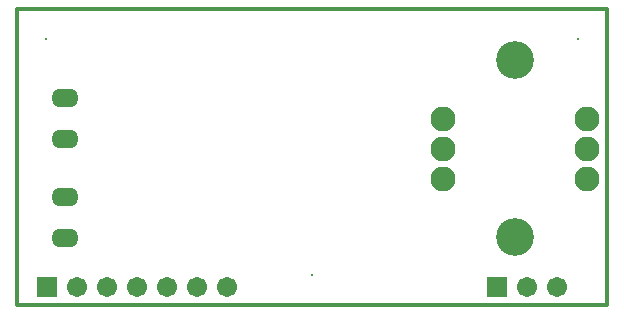
<source format=gbs>
G04*
G04 #@! TF.GenerationSoftware,Altium Limited,Altium Designer,21.1.0 (24)*
G04*
G04 Layer_Color=16711935*
%FSLAX44Y44*%
%MOMM*%
G71*
G04*
G04 #@! TF.SameCoordinates,11EEB628-8EEC-4D1F-BDFF-B4013DCA5F77*
G04*
G04*
G04 #@! TF.FilePolarity,Negative*
G04*
G01*
G75*
%ADD16C,0.3000*%
%ADD46O,2.3032X1.6032*%
%ADD47R,1.7032X1.7032*%
%ADD48C,1.7032*%
%ADD49C,0.2032*%
%ADD50C,2.1082*%
%ADD51C,3.2032*%
D16*
X0Y250000D02*
X500000Y250000D01*
X0Y0D02*
Y250000D01*
X500000Y0D02*
Y250000D01*
X0Y0D02*
X500000Y0D01*
D46*
X40640Y91160D02*
D03*
Y56160D02*
D03*
Y174980D02*
D03*
Y139980D02*
D03*
D47*
X406400Y15240D02*
D03*
X25400D02*
D03*
D48*
X431800D02*
D03*
X457200D02*
D03*
X177800D02*
D03*
X152400D02*
D03*
X127000D02*
D03*
X101600D02*
D03*
X50800D02*
D03*
X76200D02*
D03*
D49*
X250000Y25000D02*
D03*
X475000Y225000D02*
D03*
X25000D02*
D03*
D50*
X482600Y132080D02*
D03*
X360680D02*
D03*
Y157480D02*
D03*
Y106680D02*
D03*
X482600D02*
D03*
Y157480D02*
D03*
D51*
X421640Y207137D02*
D03*
Y57023D02*
D03*
M02*

</source>
